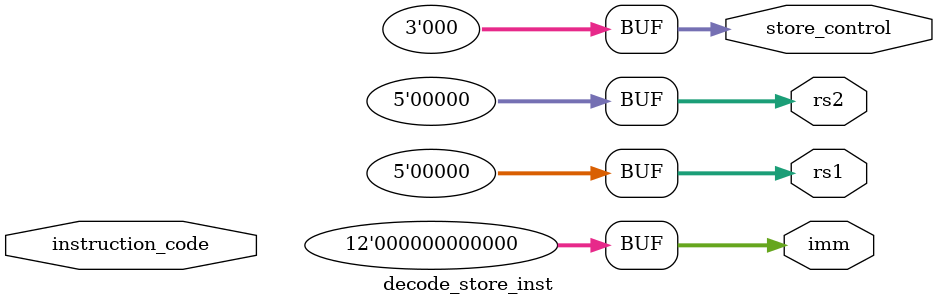
<source format=sv>

`ifndef FILE_INCL
    `include "processor_defines.sv"
`endif

module decode_store_inst(
    input logic [31:7] instruction_code,
    output logic [4:0] rs1,
    output logic [4:0] rs2,
    output logic [11:0] imm,
    output logic [2:0] store_control
);

// Edit the code here begin ---------------------------------------------------

    assign rs1 = 'b0;
    assign rs2 = 'b0;
    assign imm = 'b0;
    assign store_control = 'b0;
    
// Edit the code here end -----------------------------------------------------

/*
	Following section is necessary for dumping waveforms. This is needed for debug and simulations
*/

`ifndef SUBMODULE_DISABLE_WAVES
    initial begin
        $dumpfile("./sim_build/decode_store_inst.vcd");
        $dumpvars(0, decode_store_inst);
    end
`endif

endmodule

</source>
